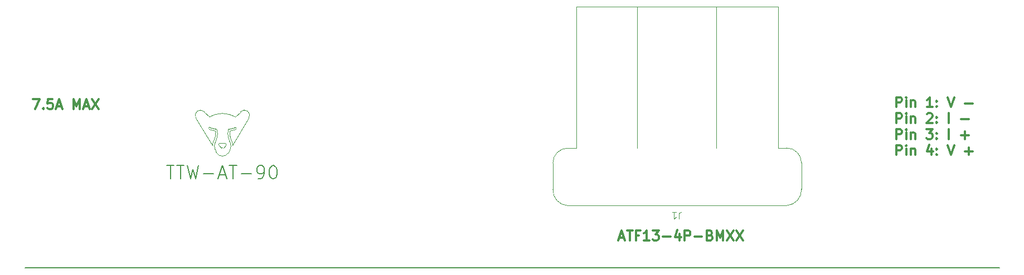
<source format=gbr>
%TF.GenerationSoftware,KiCad,Pcbnew,7.0.2*%
%TF.CreationDate,2023-10-27T11:19:11-06:00*%
%TF.ProjectId,TTW_AT_90,5454575f-4154-45f3-9930-2e6b69636164,rev?*%
%TF.SameCoordinates,Original*%
%TF.FileFunction,Legend,Top*%
%TF.FilePolarity,Positive*%
%FSLAX46Y46*%
G04 Gerber Fmt 4.6, Leading zero omitted, Abs format (unit mm)*
G04 Created by KiCad (PCBNEW 7.0.2) date 2023-10-27 11:19:11*
%MOMM*%
%LPD*%
G01*
G04 APERTURE LIST*
%ADD10C,0.300000*%
%ADD11C,0.100000*%
%ADD12C,0.150000*%
G04 APERTURE END LIST*
D10*
X91285714Y-23387857D02*
X92000000Y-23387857D01*
X91142857Y-23816428D02*
X91642857Y-22316428D01*
X91642857Y-22316428D02*
X92142857Y-23816428D01*
X92428571Y-22316428D02*
X93285714Y-22316428D01*
X92857142Y-23816428D02*
X92857142Y-22316428D01*
X94285713Y-23030714D02*
X93785713Y-23030714D01*
X93785713Y-23816428D02*
X93785713Y-22316428D01*
X93785713Y-22316428D02*
X94499999Y-22316428D01*
X95857142Y-23816428D02*
X94999999Y-23816428D01*
X95428570Y-23816428D02*
X95428570Y-22316428D01*
X95428570Y-22316428D02*
X95285713Y-22530714D01*
X95285713Y-22530714D02*
X95142856Y-22673571D01*
X95142856Y-22673571D02*
X94999999Y-22745000D01*
X96357141Y-22316428D02*
X97285713Y-22316428D01*
X97285713Y-22316428D02*
X96785713Y-22887857D01*
X96785713Y-22887857D02*
X96999998Y-22887857D01*
X96999998Y-22887857D02*
X97142856Y-22959285D01*
X97142856Y-22959285D02*
X97214284Y-23030714D01*
X97214284Y-23030714D02*
X97285713Y-23173571D01*
X97285713Y-23173571D02*
X97285713Y-23530714D01*
X97285713Y-23530714D02*
X97214284Y-23673571D01*
X97214284Y-23673571D02*
X97142856Y-23745000D01*
X97142856Y-23745000D02*
X96999998Y-23816428D01*
X96999998Y-23816428D02*
X96571427Y-23816428D01*
X96571427Y-23816428D02*
X96428570Y-23745000D01*
X96428570Y-23745000D02*
X96357141Y-23673571D01*
X97928569Y-23245000D02*
X99071427Y-23245000D01*
X100428570Y-22816428D02*
X100428570Y-23816428D01*
X100071427Y-22245000D02*
X99714284Y-23316428D01*
X99714284Y-23316428D02*
X100642855Y-23316428D01*
X101214283Y-23816428D02*
X101214283Y-22316428D01*
X101214283Y-22316428D02*
X101785712Y-22316428D01*
X101785712Y-22316428D02*
X101928569Y-22387857D01*
X101928569Y-22387857D02*
X101999998Y-22459285D01*
X101999998Y-22459285D02*
X102071426Y-22602142D01*
X102071426Y-22602142D02*
X102071426Y-22816428D01*
X102071426Y-22816428D02*
X101999998Y-22959285D01*
X101999998Y-22959285D02*
X101928569Y-23030714D01*
X101928569Y-23030714D02*
X101785712Y-23102142D01*
X101785712Y-23102142D02*
X101214283Y-23102142D01*
X102714283Y-23245000D02*
X103857141Y-23245000D01*
X105071426Y-23030714D02*
X105285712Y-23102142D01*
X105285712Y-23102142D02*
X105357141Y-23173571D01*
X105357141Y-23173571D02*
X105428569Y-23316428D01*
X105428569Y-23316428D02*
X105428569Y-23530714D01*
X105428569Y-23530714D02*
X105357141Y-23673571D01*
X105357141Y-23673571D02*
X105285712Y-23745000D01*
X105285712Y-23745000D02*
X105142855Y-23816428D01*
X105142855Y-23816428D02*
X104571426Y-23816428D01*
X104571426Y-23816428D02*
X104571426Y-22316428D01*
X104571426Y-22316428D02*
X105071426Y-22316428D01*
X105071426Y-22316428D02*
X105214284Y-22387857D01*
X105214284Y-22387857D02*
X105285712Y-22459285D01*
X105285712Y-22459285D02*
X105357141Y-22602142D01*
X105357141Y-22602142D02*
X105357141Y-22745000D01*
X105357141Y-22745000D02*
X105285712Y-22887857D01*
X105285712Y-22887857D02*
X105214284Y-22959285D01*
X105214284Y-22959285D02*
X105071426Y-23030714D01*
X105071426Y-23030714D02*
X104571426Y-23030714D01*
X106071426Y-23816428D02*
X106071426Y-22316428D01*
X106071426Y-22316428D02*
X106571426Y-23387857D01*
X106571426Y-23387857D02*
X107071426Y-22316428D01*
X107071426Y-22316428D02*
X107071426Y-23816428D01*
X107642855Y-22316428D02*
X108642855Y-23816428D01*
X108642855Y-22316428D02*
X107642855Y-23816428D01*
X109071426Y-22316428D02*
X110071426Y-23816428D01*
X110071426Y-22316428D02*
X109071426Y-23816428D01*
X2214285Y-2316428D02*
X3214285Y-2316428D01*
X3214285Y-2316428D02*
X2571428Y-3816428D01*
X3785713Y-3673571D02*
X3857142Y-3745000D01*
X3857142Y-3745000D02*
X3785713Y-3816428D01*
X3785713Y-3816428D02*
X3714285Y-3745000D01*
X3714285Y-3745000D02*
X3785713Y-3673571D01*
X3785713Y-3673571D02*
X3785713Y-3816428D01*
X5214285Y-2316428D02*
X4499999Y-2316428D01*
X4499999Y-2316428D02*
X4428571Y-3030714D01*
X4428571Y-3030714D02*
X4499999Y-2959285D01*
X4499999Y-2959285D02*
X4642857Y-2887857D01*
X4642857Y-2887857D02*
X4999999Y-2887857D01*
X4999999Y-2887857D02*
X5142857Y-2959285D01*
X5142857Y-2959285D02*
X5214285Y-3030714D01*
X5214285Y-3030714D02*
X5285714Y-3173571D01*
X5285714Y-3173571D02*
X5285714Y-3530714D01*
X5285714Y-3530714D02*
X5214285Y-3673571D01*
X5214285Y-3673571D02*
X5142857Y-3745000D01*
X5142857Y-3745000D02*
X4999999Y-3816428D01*
X4999999Y-3816428D02*
X4642857Y-3816428D01*
X4642857Y-3816428D02*
X4499999Y-3745000D01*
X4499999Y-3745000D02*
X4428571Y-3673571D01*
X5857142Y-3387857D02*
X6571428Y-3387857D01*
X5714285Y-3816428D02*
X6214285Y-2316428D01*
X6214285Y-2316428D02*
X6714285Y-3816428D01*
X8357141Y-3816428D02*
X8357141Y-2316428D01*
X8357141Y-2316428D02*
X8857141Y-3387857D01*
X8857141Y-3387857D02*
X9357141Y-2316428D01*
X9357141Y-2316428D02*
X9357141Y-3816428D01*
X9999999Y-3387857D02*
X10714285Y-3387857D01*
X9857142Y-3816428D02*
X10357142Y-2316428D01*
X10357142Y-2316428D02*
X10857142Y-3816428D01*
X11214284Y-2316428D02*
X12214284Y-3816428D01*
X12214284Y-2316428D02*
X11214284Y-3816428D01*
X133357142Y-3526428D02*
X133357142Y-2026428D01*
X133357142Y-2026428D02*
X133928571Y-2026428D01*
X133928571Y-2026428D02*
X134071428Y-2097857D01*
X134071428Y-2097857D02*
X134142857Y-2169285D01*
X134142857Y-2169285D02*
X134214285Y-2312142D01*
X134214285Y-2312142D02*
X134214285Y-2526428D01*
X134214285Y-2526428D02*
X134142857Y-2669285D01*
X134142857Y-2669285D02*
X134071428Y-2740714D01*
X134071428Y-2740714D02*
X133928571Y-2812142D01*
X133928571Y-2812142D02*
X133357142Y-2812142D01*
X134857142Y-3526428D02*
X134857142Y-2526428D01*
X134857142Y-2026428D02*
X134785714Y-2097857D01*
X134785714Y-2097857D02*
X134857142Y-2169285D01*
X134857142Y-2169285D02*
X134928571Y-2097857D01*
X134928571Y-2097857D02*
X134857142Y-2026428D01*
X134857142Y-2026428D02*
X134857142Y-2169285D01*
X135571428Y-2526428D02*
X135571428Y-3526428D01*
X135571428Y-2669285D02*
X135642857Y-2597857D01*
X135642857Y-2597857D02*
X135785714Y-2526428D01*
X135785714Y-2526428D02*
X136000000Y-2526428D01*
X136000000Y-2526428D02*
X136142857Y-2597857D01*
X136142857Y-2597857D02*
X136214286Y-2740714D01*
X136214286Y-2740714D02*
X136214286Y-3526428D01*
X138857143Y-3526428D02*
X138000000Y-3526428D01*
X138428571Y-3526428D02*
X138428571Y-2026428D01*
X138428571Y-2026428D02*
X138285714Y-2240714D01*
X138285714Y-2240714D02*
X138142857Y-2383571D01*
X138142857Y-2383571D02*
X138000000Y-2455000D01*
X139499999Y-3383571D02*
X139571428Y-3455000D01*
X139571428Y-3455000D02*
X139499999Y-3526428D01*
X139499999Y-3526428D02*
X139428571Y-3455000D01*
X139428571Y-3455000D02*
X139499999Y-3383571D01*
X139499999Y-3383571D02*
X139499999Y-3526428D01*
X139499999Y-2597857D02*
X139571428Y-2669285D01*
X139571428Y-2669285D02*
X139499999Y-2740714D01*
X139499999Y-2740714D02*
X139428571Y-2669285D01*
X139428571Y-2669285D02*
X139499999Y-2597857D01*
X139499999Y-2597857D02*
X139499999Y-2740714D01*
X141142857Y-2026428D02*
X141642857Y-3526428D01*
X141642857Y-3526428D02*
X142142857Y-2026428D01*
X143785713Y-2955000D02*
X144928571Y-2955000D01*
X133357142Y-5956428D02*
X133357142Y-4456428D01*
X133357142Y-4456428D02*
X133928571Y-4456428D01*
X133928571Y-4456428D02*
X134071428Y-4527857D01*
X134071428Y-4527857D02*
X134142857Y-4599285D01*
X134142857Y-4599285D02*
X134214285Y-4742142D01*
X134214285Y-4742142D02*
X134214285Y-4956428D01*
X134214285Y-4956428D02*
X134142857Y-5099285D01*
X134142857Y-5099285D02*
X134071428Y-5170714D01*
X134071428Y-5170714D02*
X133928571Y-5242142D01*
X133928571Y-5242142D02*
X133357142Y-5242142D01*
X134857142Y-5956428D02*
X134857142Y-4956428D01*
X134857142Y-4456428D02*
X134785714Y-4527857D01*
X134785714Y-4527857D02*
X134857142Y-4599285D01*
X134857142Y-4599285D02*
X134928571Y-4527857D01*
X134928571Y-4527857D02*
X134857142Y-4456428D01*
X134857142Y-4456428D02*
X134857142Y-4599285D01*
X135571428Y-4956428D02*
X135571428Y-5956428D01*
X135571428Y-5099285D02*
X135642857Y-5027857D01*
X135642857Y-5027857D02*
X135785714Y-4956428D01*
X135785714Y-4956428D02*
X136000000Y-4956428D01*
X136000000Y-4956428D02*
X136142857Y-5027857D01*
X136142857Y-5027857D02*
X136214286Y-5170714D01*
X136214286Y-5170714D02*
X136214286Y-5956428D01*
X138000000Y-4599285D02*
X138071428Y-4527857D01*
X138071428Y-4527857D02*
X138214286Y-4456428D01*
X138214286Y-4456428D02*
X138571428Y-4456428D01*
X138571428Y-4456428D02*
X138714286Y-4527857D01*
X138714286Y-4527857D02*
X138785714Y-4599285D01*
X138785714Y-4599285D02*
X138857143Y-4742142D01*
X138857143Y-4742142D02*
X138857143Y-4885000D01*
X138857143Y-4885000D02*
X138785714Y-5099285D01*
X138785714Y-5099285D02*
X137928571Y-5956428D01*
X137928571Y-5956428D02*
X138857143Y-5956428D01*
X139499999Y-5813571D02*
X139571428Y-5885000D01*
X139571428Y-5885000D02*
X139499999Y-5956428D01*
X139499999Y-5956428D02*
X139428571Y-5885000D01*
X139428571Y-5885000D02*
X139499999Y-5813571D01*
X139499999Y-5813571D02*
X139499999Y-5956428D01*
X139499999Y-5027857D02*
X139571428Y-5099285D01*
X139571428Y-5099285D02*
X139499999Y-5170714D01*
X139499999Y-5170714D02*
X139428571Y-5099285D01*
X139428571Y-5099285D02*
X139499999Y-5027857D01*
X139499999Y-5027857D02*
X139499999Y-5170714D01*
X141357142Y-5956428D02*
X141357142Y-4456428D01*
X143214285Y-5385000D02*
X144357143Y-5385000D01*
X133357142Y-8386428D02*
X133357142Y-6886428D01*
X133357142Y-6886428D02*
X133928571Y-6886428D01*
X133928571Y-6886428D02*
X134071428Y-6957857D01*
X134071428Y-6957857D02*
X134142857Y-7029285D01*
X134142857Y-7029285D02*
X134214285Y-7172142D01*
X134214285Y-7172142D02*
X134214285Y-7386428D01*
X134214285Y-7386428D02*
X134142857Y-7529285D01*
X134142857Y-7529285D02*
X134071428Y-7600714D01*
X134071428Y-7600714D02*
X133928571Y-7672142D01*
X133928571Y-7672142D02*
X133357142Y-7672142D01*
X134857142Y-8386428D02*
X134857142Y-7386428D01*
X134857142Y-6886428D02*
X134785714Y-6957857D01*
X134785714Y-6957857D02*
X134857142Y-7029285D01*
X134857142Y-7029285D02*
X134928571Y-6957857D01*
X134928571Y-6957857D02*
X134857142Y-6886428D01*
X134857142Y-6886428D02*
X134857142Y-7029285D01*
X135571428Y-7386428D02*
X135571428Y-8386428D01*
X135571428Y-7529285D02*
X135642857Y-7457857D01*
X135642857Y-7457857D02*
X135785714Y-7386428D01*
X135785714Y-7386428D02*
X136000000Y-7386428D01*
X136000000Y-7386428D02*
X136142857Y-7457857D01*
X136142857Y-7457857D02*
X136214286Y-7600714D01*
X136214286Y-7600714D02*
X136214286Y-8386428D01*
X137928571Y-6886428D02*
X138857143Y-6886428D01*
X138857143Y-6886428D02*
X138357143Y-7457857D01*
X138357143Y-7457857D02*
X138571428Y-7457857D01*
X138571428Y-7457857D02*
X138714286Y-7529285D01*
X138714286Y-7529285D02*
X138785714Y-7600714D01*
X138785714Y-7600714D02*
X138857143Y-7743571D01*
X138857143Y-7743571D02*
X138857143Y-8100714D01*
X138857143Y-8100714D02*
X138785714Y-8243571D01*
X138785714Y-8243571D02*
X138714286Y-8315000D01*
X138714286Y-8315000D02*
X138571428Y-8386428D01*
X138571428Y-8386428D02*
X138142857Y-8386428D01*
X138142857Y-8386428D02*
X138000000Y-8315000D01*
X138000000Y-8315000D02*
X137928571Y-8243571D01*
X139499999Y-8243571D02*
X139571428Y-8315000D01*
X139571428Y-8315000D02*
X139499999Y-8386428D01*
X139499999Y-8386428D02*
X139428571Y-8315000D01*
X139428571Y-8315000D02*
X139499999Y-8243571D01*
X139499999Y-8243571D02*
X139499999Y-8386428D01*
X139499999Y-7457857D02*
X139571428Y-7529285D01*
X139571428Y-7529285D02*
X139499999Y-7600714D01*
X139499999Y-7600714D02*
X139428571Y-7529285D01*
X139428571Y-7529285D02*
X139499999Y-7457857D01*
X139499999Y-7457857D02*
X139499999Y-7600714D01*
X141357142Y-8386428D02*
X141357142Y-6886428D01*
X143214285Y-7815000D02*
X144357143Y-7815000D01*
X143785714Y-8386428D02*
X143785714Y-7243571D01*
X133357142Y-10816428D02*
X133357142Y-9316428D01*
X133357142Y-9316428D02*
X133928571Y-9316428D01*
X133928571Y-9316428D02*
X134071428Y-9387857D01*
X134071428Y-9387857D02*
X134142857Y-9459285D01*
X134142857Y-9459285D02*
X134214285Y-9602142D01*
X134214285Y-9602142D02*
X134214285Y-9816428D01*
X134214285Y-9816428D02*
X134142857Y-9959285D01*
X134142857Y-9959285D02*
X134071428Y-10030714D01*
X134071428Y-10030714D02*
X133928571Y-10102142D01*
X133928571Y-10102142D02*
X133357142Y-10102142D01*
X134857142Y-10816428D02*
X134857142Y-9816428D01*
X134857142Y-9316428D02*
X134785714Y-9387857D01*
X134785714Y-9387857D02*
X134857142Y-9459285D01*
X134857142Y-9459285D02*
X134928571Y-9387857D01*
X134928571Y-9387857D02*
X134857142Y-9316428D01*
X134857142Y-9316428D02*
X134857142Y-9459285D01*
X135571428Y-9816428D02*
X135571428Y-10816428D01*
X135571428Y-9959285D02*
X135642857Y-9887857D01*
X135642857Y-9887857D02*
X135785714Y-9816428D01*
X135785714Y-9816428D02*
X136000000Y-9816428D01*
X136000000Y-9816428D02*
X136142857Y-9887857D01*
X136142857Y-9887857D02*
X136214286Y-10030714D01*
X136214286Y-10030714D02*
X136214286Y-10816428D01*
X138714286Y-9816428D02*
X138714286Y-10816428D01*
X138357143Y-9245000D02*
X138000000Y-10316428D01*
X138000000Y-10316428D02*
X138928571Y-10316428D01*
X139499999Y-10673571D02*
X139571428Y-10745000D01*
X139571428Y-10745000D02*
X139499999Y-10816428D01*
X139499999Y-10816428D02*
X139428571Y-10745000D01*
X139428571Y-10745000D02*
X139499999Y-10673571D01*
X139499999Y-10673571D02*
X139499999Y-10816428D01*
X139499999Y-9887857D02*
X139571428Y-9959285D01*
X139571428Y-9959285D02*
X139499999Y-10030714D01*
X139499999Y-10030714D02*
X139428571Y-9959285D01*
X139428571Y-9959285D02*
X139499999Y-9887857D01*
X139499999Y-9887857D02*
X139499999Y-10030714D01*
X141142857Y-9316428D02*
X141642857Y-10816428D01*
X141642857Y-10816428D02*
X142142857Y-9316428D01*
X143785713Y-10245000D02*
X144928571Y-10245000D01*
X144357142Y-10816428D02*
X144357142Y-9673571D01*
D11*
X30137201Y-8120666D02*
X30112926Y-8217753D01*
X30084176Y-8316900D01*
X30078150Y-8336159D01*
X30200328Y-7611918D02*
X30195856Y-7716197D01*
X30187613Y-7816155D01*
X30180185Y-7880492D01*
X29867552Y-7119802D02*
X28995251Y-6886070D01*
X29533278Y-8948379D02*
X29564406Y-8852965D01*
X29594201Y-8770634D01*
X32405799Y-8770634D02*
X32441318Y-8869619D01*
X32466722Y-8948379D01*
X28228723Y-4228715D02*
G75*
G03*
X26975922Y-5204131I-565673J-565705D01*
G01*
X30010159Y-8530946D02*
X29972842Y-8627479D01*
X29940288Y-8709358D01*
X32239725Y-9356073D02*
X32229415Y-9253428D01*
X32219284Y-9193396D01*
X32466722Y-8948379D02*
X32493976Y-9046764D01*
X32513851Y-9136556D01*
X31808581Y-7311144D02*
X31818237Y-7209897D01*
X31831463Y-7104957D01*
X31848423Y-6996181D01*
X31852279Y-6973953D01*
X29763425Y-9531565D02*
X29776625Y-9632930D01*
X29795978Y-9728281D01*
X29795978Y-9728281D02*
X29823335Y-9829940D01*
X29856764Y-9931060D01*
X29864981Y-9953560D01*
X33004749Y-6886070D02*
X32132448Y-7119802D01*
X35024119Y-5204155D02*
G75*
G03*
X33771281Y-4228719I-687119J409755D01*
G01*
X29844815Y-8053505D02*
X29865897Y-7950678D01*
X29881731Y-7849171D01*
X29882638Y-7842211D01*
X29760275Y-9356073D02*
X29758958Y-9458177D01*
X29763425Y-9531565D01*
X32236575Y-9531565D02*
X32241560Y-9430770D01*
X32239725Y-9356073D01*
X31862799Y-8120666D02*
X31841606Y-8018848D01*
X31825191Y-7919797D01*
X31819815Y-7880492D01*
X30141110Y-10512159D02*
G75*
G03*
X31858890Y-10512159I858890J512160D01*
G01*
X30858580Y-9741420D02*
G75*
G03*
X31141420Y-9741420I141420J141422D01*
G01*
X29792138Y-8245621D02*
X29821673Y-8145541D01*
X29844815Y-8053505D01*
X32204022Y-9728281D02*
X32224398Y-9626780D01*
X32236575Y-9531565D01*
X32117362Y-7842211D02*
X32132922Y-7944072D01*
X32153752Y-8047227D01*
X32155185Y-8053505D01*
X29460753Y-9339141D02*
X29470241Y-9235867D01*
X29486149Y-9136556D01*
X32107632Y-7334989D02*
X32101202Y-7440462D01*
X32098943Y-7540773D01*
X32099591Y-7604944D01*
X32099591Y-7604944D02*
X32104034Y-7704902D01*
X32113123Y-7807023D01*
X32117362Y-7842211D01*
X29780716Y-9193396D02*
X29765433Y-9294017D01*
X29760275Y-9356073D01*
X29594201Y-8770634D02*
X29631767Y-8673314D01*
X29661672Y-8598122D01*
X29892368Y-7334989D02*
X29882126Y-7229991D01*
X29868595Y-7126845D01*
X29867552Y-7119802D01*
X32219284Y-9193396D02*
X32196518Y-9094615D01*
X32179664Y-9035541D01*
X32977178Y-5022823D02*
G75*
G03*
X29022822Y-5022823I-1977178J-3477177D01*
G01*
X30147721Y-6973953D02*
G75*
G03*
X30038823Y-6855111I-147721J-26047D01*
G01*
X31989841Y-8530946D02*
X31955175Y-8435876D01*
X31921850Y-8336159D01*
X29875102Y-8875966D02*
X29841005Y-8971239D01*
X29820336Y-9035541D01*
X30191419Y-7311144D02*
X30198122Y-7418420D01*
X30200941Y-7521574D01*
X30200328Y-7611918D01*
X32179664Y-9035541D02*
X32146929Y-8936361D01*
X32124898Y-8875966D01*
X30180185Y-7880492D02*
X30165104Y-7981279D01*
X30145153Y-8084861D01*
X30137201Y-8120666D01*
X29977729Y-10213231D02*
X30027848Y-10311327D01*
X30078829Y-10404689D01*
X30129291Y-10492239D01*
X30141109Y-10512159D01*
X30858579Y-9741421D02*
X30458579Y-9341421D01*
X29820336Y-9035541D02*
X29793538Y-9134016D01*
X29780716Y-9193396D01*
D12*
X1000000Y-28000000D02*
X149000000Y-28000000D01*
D11*
X33771281Y-4228719D02*
X32977178Y-5022822D01*
X29661672Y-8598122D02*
X29700120Y-8501237D01*
X29729452Y-8425099D01*
X30147721Y-6973953D02*
X30163848Y-7072734D01*
X30178176Y-7178809D01*
X30188886Y-7281149D01*
X30191419Y-7311144D01*
X31541421Y-9341421D02*
G75*
G03*
X31400000Y-9000000I-141421J141421D01*
G01*
X32539247Y-9339141D02*
X32540624Y-9368891D01*
X31921850Y-8336159D02*
X31892619Y-8237974D01*
X31866091Y-8134817D01*
X31862799Y-8120666D01*
X31961177Y-6855111D02*
X32927103Y-6596292D01*
X32135019Y-9953560D02*
X32167919Y-9858195D01*
X32195829Y-9761434D01*
X32204022Y-9728281D01*
X31961158Y-6855042D02*
G75*
G03*
X31852279Y-6973953I38942J-144958D01*
G01*
X32338328Y-8598122D02*
X32376698Y-8694849D01*
X32405799Y-8770634D01*
X32022271Y-10213231D02*
X32066400Y-10119776D01*
X32108036Y-10022895D01*
X32135019Y-9953560D01*
X32124898Y-8875966D02*
X32087103Y-8778202D01*
X32059712Y-8709358D01*
X32207862Y-8245621D02*
X32240223Y-8342143D01*
X32270548Y-8425099D01*
X32132448Y-7119802D02*
X32118654Y-7223259D01*
X32108150Y-7328573D01*
X32107632Y-7334989D01*
X32513851Y-9136556D02*
X32529759Y-9235867D01*
X32539247Y-9339141D01*
X30078150Y-8336159D02*
X30044825Y-8435876D01*
X30010159Y-8530946D01*
X29940288Y-8709358D02*
X29902656Y-8804227D01*
X29875102Y-8875966D01*
X29072891Y-6596315D02*
G75*
G03*
X28995251Y-6886069I-38791J-144885D01*
G01*
X30600000Y-9000001D02*
G75*
G03*
X30458579Y-9341421I0J-199999D01*
G01*
X29072897Y-6596292D02*
X30038823Y-6855111D01*
X31799672Y-7611918D02*
X31799293Y-7503118D01*
X31802800Y-7399227D01*
X31808581Y-7311144D01*
X31141421Y-9741421D02*
X31541421Y-9341421D01*
X29486149Y-9136556D02*
X29508989Y-9035014D01*
X29533278Y-8948379D01*
X31858891Y-10512159D02*
X31910336Y-10423852D01*
X31962374Y-10329676D01*
X32009207Y-10239516D01*
X32022271Y-10213231D01*
X26975921Y-5204131D02*
X29459376Y-9368891D01*
X32059712Y-8709358D02*
X32022773Y-8616340D01*
X31989841Y-8530946D01*
X29459376Y-9368891D02*
X29460753Y-9339141D01*
X29882638Y-7842211D02*
X29893207Y-7742003D01*
X29899476Y-7636255D01*
X29900409Y-7604944D01*
X32155185Y-8053505D02*
X32179972Y-8151544D01*
X32207862Y-8245621D01*
X32270548Y-8425099D02*
X32308379Y-8522834D01*
X32338328Y-8598122D01*
X32540624Y-9368891D02*
X35024079Y-5204131D01*
X31819815Y-7880492D02*
X31808514Y-7775018D01*
X31801803Y-7673283D01*
X31799672Y-7611918D01*
X29900409Y-7604944D02*
X29900600Y-7499582D01*
X29896644Y-7397161D01*
X29892368Y-7334989D01*
X29022822Y-5022822D02*
X28228719Y-4228719D01*
X33004755Y-6886092D02*
G75*
G03*
X32927103Y-6596293I-38855J144892D01*
G01*
X29864981Y-9953560D02*
X29901755Y-10046632D01*
X29945056Y-10144814D01*
X29977729Y-10213231D01*
X29729452Y-8425099D02*
X29763706Y-8330941D01*
X29792138Y-8245621D01*
X30600000Y-9000000D02*
X31400000Y-9000000D01*
D12*
X22523809Y-12425238D02*
X23666666Y-12425238D01*
X23095237Y-14425238D02*
X23095237Y-12425238D01*
X24047619Y-12425238D02*
X25190476Y-12425238D01*
X24619047Y-14425238D02*
X24619047Y-12425238D01*
X25666667Y-12425238D02*
X26142857Y-14425238D01*
X26142857Y-14425238D02*
X26523810Y-12996666D01*
X26523810Y-12996666D02*
X26904762Y-14425238D01*
X26904762Y-14425238D02*
X27380953Y-12425238D01*
X28142857Y-13663333D02*
X29666667Y-13663333D01*
X30523809Y-13853809D02*
X31476190Y-13853809D01*
X30333333Y-14425238D02*
X30999999Y-12425238D01*
X30999999Y-12425238D02*
X31666666Y-14425238D01*
X32047619Y-12425238D02*
X33190476Y-12425238D01*
X32619047Y-14425238D02*
X32619047Y-12425238D01*
X33857143Y-13663333D02*
X35380953Y-13663333D01*
X36428571Y-14425238D02*
X36809523Y-14425238D01*
X36809523Y-14425238D02*
X37000000Y-14330000D01*
X37000000Y-14330000D02*
X37095238Y-14234761D01*
X37095238Y-14234761D02*
X37285714Y-13949047D01*
X37285714Y-13949047D02*
X37380952Y-13568095D01*
X37380952Y-13568095D02*
X37380952Y-12806190D01*
X37380952Y-12806190D02*
X37285714Y-12615714D01*
X37285714Y-12615714D02*
X37190476Y-12520476D01*
X37190476Y-12520476D02*
X37000000Y-12425238D01*
X37000000Y-12425238D02*
X36619047Y-12425238D01*
X36619047Y-12425238D02*
X36428571Y-12520476D01*
X36428571Y-12520476D02*
X36333333Y-12615714D01*
X36333333Y-12615714D02*
X36238095Y-12806190D01*
X36238095Y-12806190D02*
X36238095Y-13282380D01*
X36238095Y-13282380D02*
X36333333Y-13472857D01*
X36333333Y-13472857D02*
X36428571Y-13568095D01*
X36428571Y-13568095D02*
X36619047Y-13663333D01*
X36619047Y-13663333D02*
X37000000Y-13663333D01*
X37000000Y-13663333D02*
X37190476Y-13568095D01*
X37190476Y-13568095D02*
X37285714Y-13472857D01*
X37285714Y-13472857D02*
X37380952Y-13282380D01*
X38619047Y-12425238D02*
X38809524Y-12425238D01*
X38809524Y-12425238D02*
X39000000Y-12520476D01*
X39000000Y-12520476D02*
X39095238Y-12615714D01*
X39095238Y-12615714D02*
X39190476Y-12806190D01*
X39190476Y-12806190D02*
X39285714Y-13187142D01*
X39285714Y-13187142D02*
X39285714Y-13663333D01*
X39285714Y-13663333D02*
X39190476Y-14044285D01*
X39190476Y-14044285D02*
X39095238Y-14234761D01*
X39095238Y-14234761D02*
X39000000Y-14330000D01*
X39000000Y-14330000D02*
X38809524Y-14425238D01*
X38809524Y-14425238D02*
X38619047Y-14425238D01*
X38619047Y-14425238D02*
X38428571Y-14330000D01*
X38428571Y-14330000D02*
X38333333Y-14234761D01*
X38333333Y-14234761D02*
X38238095Y-14044285D01*
X38238095Y-14044285D02*
X38142857Y-13663333D01*
X38142857Y-13663333D02*
X38142857Y-13187142D01*
X38142857Y-13187142D02*
X38238095Y-12806190D01*
X38238095Y-12806190D02*
X38333333Y-12615714D01*
X38333333Y-12615714D02*
X38428571Y-12520476D01*
X38428571Y-12520476D02*
X38619047Y-12425238D01*
D11*
%TO.C,J1*%
X100333333Y-20537380D02*
X100333333Y-19823095D01*
X100333333Y-19823095D02*
X100380952Y-19680238D01*
X100380952Y-19680238D02*
X100476190Y-19585000D01*
X100476190Y-19585000D02*
X100619047Y-19537380D01*
X100619047Y-19537380D02*
X100714285Y-19537380D01*
X99333333Y-19537380D02*
X99904761Y-19537380D01*
X99619047Y-19537380D02*
X99619047Y-20537380D01*
X99619047Y-20537380D02*
X99714285Y-20394523D01*
X99714285Y-20394523D02*
X99809523Y-20299285D01*
X99809523Y-20299285D02*
X99904761Y-20251666D01*
X118950000Y-16000000D02*
X118950000Y-12000000D01*
X116700000Y-18500000D02*
X83450000Y-18500000D01*
X115400000Y-9750000D02*
X116700000Y-9750000D01*
X115400000Y11700000D02*
X115400000Y-9750000D01*
X115400000Y11700000D02*
X84750000Y11700000D01*
X106000000Y11700000D02*
X106000000Y-9750000D01*
X94000000Y11700000D02*
X94000000Y-9750000D01*
X84750000Y-9775000D02*
X83450000Y-9775000D01*
X84750000Y11675000D02*
X84750000Y-9775000D01*
X81200000Y-16025000D02*
X81200000Y-12025000D01*
X116700000Y-18500000D02*
G75*
G03*
X118950000Y-16000000I-124999J2374999D01*
G01*
X118950000Y-12000000D02*
G75*
G03*
X116700000Y-9750000I-2250001J-1D01*
G01*
X81200000Y-16025000D02*
G75*
G03*
X83450000Y-18525000I2375000J-125000D01*
G01*
X83450000Y-9775000D02*
G75*
G03*
X81200000Y-12025000I0J-2250000D01*
G01*
%TD*%
M02*

</source>
